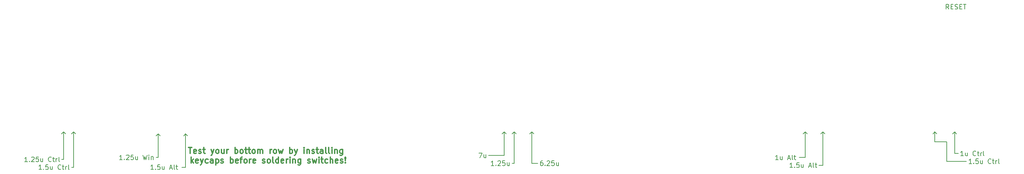
<source format=gbr>
%TF.GenerationSoftware,KiCad,Pcbnew,7.0.1*%
%TF.CreationDate,2023-03-27T00:24:38-04:00*%
%TF.ProjectId,3DP-FR4-plate-top-reset-cutout,3344502d-4652-4342-9d70-6c6174652d74,rev?*%
%TF.SameCoordinates,Original*%
%TF.FileFunction,Legend,Top*%
%TF.FilePolarity,Positive*%
%FSLAX46Y46*%
G04 Gerber Fmt 4.6, Leading zero omitted, Abs format (unit mm)*
G04 Created by KiCad (PCBNEW 7.0.1) date 2023-03-27 00:24:38*
%MOMM*%
%LPD*%
G01*
G04 APERTURE LIST*
%ADD10C,0.150000*%
%ADD11C,0.200000*%
%ADD12C,0.300000*%
G04 APERTURE END LIST*
D10*
X14000000Y-151000000D02*
X14500000Y-150500000D01*
X202500000Y-151000000D02*
X203000000Y-150500000D01*
X133500000Y-150500000D02*
X133000000Y-151000000D01*
X236000000Y-150500000D02*
X236000000Y-153000000D01*
X203000000Y-157000000D02*
X201500000Y-157000000D01*
X14500000Y-157500000D02*
X14500000Y-150500000D01*
X207500000Y-150500000D02*
X207500000Y-159000000D01*
X126500000Y-150500000D02*
X126500000Y-156500000D01*
X17000000Y-150500000D02*
X16500000Y-151000000D01*
X129000000Y-150500000D02*
X128500000Y-151000000D01*
X14500000Y-150500000D02*
X14000000Y-151000000D01*
X45500000Y-151000000D02*
X46000000Y-151500000D01*
X38500000Y-151000000D02*
X39000000Y-151500000D01*
X207000000Y-151000000D02*
X207500000Y-150500000D01*
X241000000Y-150500000D02*
X241500000Y-151000000D01*
X241000000Y-150500000D02*
X241000000Y-156000000D01*
X45500000Y-151000000D02*
X45000000Y-151500000D01*
X207500000Y-150500000D02*
X208000000Y-151000000D01*
X236000000Y-150500000D02*
X236500000Y-151000000D01*
X241000000Y-156000000D02*
X242000000Y-156000000D01*
X236000000Y-153000000D02*
X239000000Y-153000000D01*
X126500000Y-150500000D02*
X126000000Y-151000000D01*
X129000000Y-150500000D02*
X129000000Y-158500000D01*
X126500000Y-156500000D02*
X122500000Y-156500000D01*
X239000000Y-153000000D02*
X239000000Y-158000000D01*
X128500000Y-151000000D02*
X129000000Y-150500000D01*
X133500000Y-150500000D02*
X133500000Y-158500000D01*
X17000000Y-159500000D02*
X17000000Y-150500000D01*
X126000000Y-151000000D02*
X126500000Y-150500000D01*
X207500000Y-150500000D02*
X207000000Y-151000000D01*
X16500000Y-151000000D02*
X17000000Y-150500000D01*
X45500000Y-151000000D02*
X45500000Y-159500000D01*
X240500000Y-151000000D02*
X241000000Y-150500000D01*
X133500000Y-158500000D02*
X135000000Y-158500000D01*
X239000000Y-158000000D02*
X244000000Y-158000000D01*
X129000000Y-158500000D02*
X128500000Y-158500000D01*
X207500000Y-159000000D02*
X206500000Y-159000000D01*
X14500000Y-151000000D02*
X14500000Y-150500000D01*
X241000000Y-150500000D02*
X240500000Y-151000000D01*
X17000000Y-150500000D02*
X17500000Y-151000000D01*
X236000000Y-150500000D02*
X235500000Y-151000000D01*
X236500000Y-151000000D02*
X236000000Y-150500000D01*
X38500000Y-157000000D02*
X38500000Y-151000000D01*
X17000000Y-159500000D02*
X16500000Y-159500000D01*
X38500000Y-151000000D02*
X38000000Y-151500000D01*
X14500000Y-150500000D02*
X15000000Y-151000000D01*
X129000000Y-150500000D02*
X129500000Y-151000000D01*
X38500000Y-157000000D02*
X38000000Y-157000000D01*
X203000000Y-150500000D02*
X203000000Y-157000000D01*
X203000000Y-150500000D02*
X202500000Y-151000000D01*
X203000000Y-150500000D02*
X203500000Y-151000000D01*
X38000000Y-151500000D02*
X38500000Y-151000000D01*
X14500000Y-157500000D02*
X14000000Y-157500000D01*
X133500000Y-150500000D02*
X134000000Y-151000000D01*
X45500000Y-159500000D02*
X44500000Y-159500000D01*
X127000000Y-151000000D02*
X126500000Y-150500000D01*
D11*
X5285714Y-158055142D02*
X4600000Y-158055142D01*
X4942857Y-158055142D02*
X4942857Y-156855142D01*
X4942857Y-156855142D02*
X4828571Y-157026571D01*
X4828571Y-157026571D02*
X4714286Y-157140857D01*
X4714286Y-157140857D02*
X4600000Y-157198000D01*
X5800000Y-157940857D02*
X5857143Y-157998000D01*
X5857143Y-157998000D02*
X5800000Y-158055142D01*
X5800000Y-158055142D02*
X5742857Y-157998000D01*
X5742857Y-157998000D02*
X5800000Y-157940857D01*
X5800000Y-157940857D02*
X5800000Y-158055142D01*
X6314286Y-156969428D02*
X6371429Y-156912285D01*
X6371429Y-156912285D02*
X6485715Y-156855142D01*
X6485715Y-156855142D02*
X6771429Y-156855142D01*
X6771429Y-156855142D02*
X6885715Y-156912285D01*
X6885715Y-156912285D02*
X6942857Y-156969428D01*
X6942857Y-156969428D02*
X7000000Y-157083714D01*
X7000000Y-157083714D02*
X7000000Y-157198000D01*
X7000000Y-157198000D02*
X6942857Y-157369428D01*
X6942857Y-157369428D02*
X6257143Y-158055142D01*
X6257143Y-158055142D02*
X7000000Y-158055142D01*
X8085714Y-156855142D02*
X7514286Y-156855142D01*
X7514286Y-156855142D02*
X7457143Y-157426571D01*
X7457143Y-157426571D02*
X7514286Y-157369428D01*
X7514286Y-157369428D02*
X7628572Y-157312285D01*
X7628572Y-157312285D02*
X7914286Y-157312285D01*
X7914286Y-157312285D02*
X8028572Y-157369428D01*
X8028572Y-157369428D02*
X8085714Y-157426571D01*
X8085714Y-157426571D02*
X8142857Y-157540857D01*
X8142857Y-157540857D02*
X8142857Y-157826571D01*
X8142857Y-157826571D02*
X8085714Y-157940857D01*
X8085714Y-157940857D02*
X8028572Y-157998000D01*
X8028572Y-157998000D02*
X7914286Y-158055142D01*
X7914286Y-158055142D02*
X7628572Y-158055142D01*
X7628572Y-158055142D02*
X7514286Y-157998000D01*
X7514286Y-157998000D02*
X7457143Y-157940857D01*
X9171429Y-157255142D02*
X9171429Y-158055142D01*
X8657143Y-157255142D02*
X8657143Y-157883714D01*
X8657143Y-157883714D02*
X8714286Y-157998000D01*
X8714286Y-157998000D02*
X8828571Y-158055142D01*
X8828571Y-158055142D02*
X9000000Y-158055142D01*
X9000000Y-158055142D02*
X9114286Y-157998000D01*
X9114286Y-157998000D02*
X9171429Y-157940857D01*
X11342857Y-157940857D02*
X11285714Y-157998000D01*
X11285714Y-157998000D02*
X11114286Y-158055142D01*
X11114286Y-158055142D02*
X11000000Y-158055142D01*
X11000000Y-158055142D02*
X10828571Y-157998000D01*
X10828571Y-157998000D02*
X10714286Y-157883714D01*
X10714286Y-157883714D02*
X10657143Y-157769428D01*
X10657143Y-157769428D02*
X10600000Y-157540857D01*
X10600000Y-157540857D02*
X10600000Y-157369428D01*
X10600000Y-157369428D02*
X10657143Y-157140857D01*
X10657143Y-157140857D02*
X10714286Y-157026571D01*
X10714286Y-157026571D02*
X10828571Y-156912285D01*
X10828571Y-156912285D02*
X11000000Y-156855142D01*
X11000000Y-156855142D02*
X11114286Y-156855142D01*
X11114286Y-156855142D02*
X11285714Y-156912285D01*
X11285714Y-156912285D02*
X11342857Y-156969428D01*
X11685714Y-157255142D02*
X12142857Y-157255142D01*
X11857143Y-156855142D02*
X11857143Y-157883714D01*
X11857143Y-157883714D02*
X11914286Y-157998000D01*
X11914286Y-157998000D02*
X12028571Y-158055142D01*
X12028571Y-158055142D02*
X12142857Y-158055142D01*
X12542857Y-158055142D02*
X12542857Y-157255142D01*
X12542857Y-157483714D02*
X12600000Y-157369428D01*
X12600000Y-157369428D02*
X12657143Y-157312285D01*
X12657143Y-157312285D02*
X12771428Y-157255142D01*
X12771428Y-157255142D02*
X12885714Y-157255142D01*
X13457142Y-158055142D02*
X13342857Y-157998000D01*
X13342857Y-157998000D02*
X13285714Y-157883714D01*
X13285714Y-157883714D02*
X13285714Y-156855142D01*
X136257143Y-157855142D02*
X136028571Y-157855142D01*
X136028571Y-157855142D02*
X135914285Y-157912285D01*
X135914285Y-157912285D02*
X135857143Y-157969428D01*
X135857143Y-157969428D02*
X135742857Y-158140857D01*
X135742857Y-158140857D02*
X135685714Y-158369428D01*
X135685714Y-158369428D02*
X135685714Y-158826571D01*
X135685714Y-158826571D02*
X135742857Y-158940857D01*
X135742857Y-158940857D02*
X135800000Y-158998000D01*
X135800000Y-158998000D02*
X135914285Y-159055142D01*
X135914285Y-159055142D02*
X136142857Y-159055142D01*
X136142857Y-159055142D02*
X136257143Y-158998000D01*
X136257143Y-158998000D02*
X136314285Y-158940857D01*
X136314285Y-158940857D02*
X136371428Y-158826571D01*
X136371428Y-158826571D02*
X136371428Y-158540857D01*
X136371428Y-158540857D02*
X136314285Y-158426571D01*
X136314285Y-158426571D02*
X136257143Y-158369428D01*
X136257143Y-158369428D02*
X136142857Y-158312285D01*
X136142857Y-158312285D02*
X135914285Y-158312285D01*
X135914285Y-158312285D02*
X135800000Y-158369428D01*
X135800000Y-158369428D02*
X135742857Y-158426571D01*
X135742857Y-158426571D02*
X135685714Y-158540857D01*
X136885714Y-158940857D02*
X136942857Y-158998000D01*
X136942857Y-158998000D02*
X136885714Y-159055142D01*
X136885714Y-159055142D02*
X136828571Y-158998000D01*
X136828571Y-158998000D02*
X136885714Y-158940857D01*
X136885714Y-158940857D02*
X136885714Y-159055142D01*
X137400000Y-157969428D02*
X137457143Y-157912285D01*
X137457143Y-157912285D02*
X137571429Y-157855142D01*
X137571429Y-157855142D02*
X137857143Y-157855142D01*
X137857143Y-157855142D02*
X137971429Y-157912285D01*
X137971429Y-157912285D02*
X138028571Y-157969428D01*
X138028571Y-157969428D02*
X138085714Y-158083714D01*
X138085714Y-158083714D02*
X138085714Y-158198000D01*
X138085714Y-158198000D02*
X138028571Y-158369428D01*
X138028571Y-158369428D02*
X137342857Y-159055142D01*
X137342857Y-159055142D02*
X138085714Y-159055142D01*
X139171428Y-157855142D02*
X138600000Y-157855142D01*
X138600000Y-157855142D02*
X138542857Y-158426571D01*
X138542857Y-158426571D02*
X138600000Y-158369428D01*
X138600000Y-158369428D02*
X138714286Y-158312285D01*
X138714286Y-158312285D02*
X139000000Y-158312285D01*
X139000000Y-158312285D02*
X139114286Y-158369428D01*
X139114286Y-158369428D02*
X139171428Y-158426571D01*
X139171428Y-158426571D02*
X139228571Y-158540857D01*
X139228571Y-158540857D02*
X139228571Y-158826571D01*
X139228571Y-158826571D02*
X139171428Y-158940857D01*
X139171428Y-158940857D02*
X139114286Y-158998000D01*
X139114286Y-158998000D02*
X139000000Y-159055142D01*
X139000000Y-159055142D02*
X138714286Y-159055142D01*
X138714286Y-159055142D02*
X138600000Y-158998000D01*
X138600000Y-158998000D02*
X138542857Y-158940857D01*
X140257143Y-158255142D02*
X140257143Y-159055142D01*
X139742857Y-158255142D02*
X139742857Y-158883714D01*
X139742857Y-158883714D02*
X139800000Y-158998000D01*
X139800000Y-158998000D02*
X139914285Y-159055142D01*
X139914285Y-159055142D02*
X140085714Y-159055142D01*
X140085714Y-159055142D02*
X140200000Y-158998000D01*
X140200000Y-158998000D02*
X140257143Y-158940857D01*
X120057143Y-155855142D02*
X120857143Y-155855142D01*
X120857143Y-155855142D02*
X120342857Y-157055142D01*
X121828572Y-156255142D02*
X121828572Y-157055142D01*
X121314286Y-156255142D02*
X121314286Y-156883714D01*
X121314286Y-156883714D02*
X121371429Y-156998000D01*
X121371429Y-156998000D02*
X121485714Y-157055142D01*
X121485714Y-157055142D02*
X121657143Y-157055142D01*
X121657143Y-157055142D02*
X121771429Y-156998000D01*
X121771429Y-156998000D02*
X121828572Y-156940857D01*
D12*
X46250000Y-154478928D02*
X47107143Y-154478928D01*
X46678571Y-155978928D02*
X46678571Y-154478928D01*
X48178571Y-155907500D02*
X48035714Y-155978928D01*
X48035714Y-155978928D02*
X47750000Y-155978928D01*
X47750000Y-155978928D02*
X47607142Y-155907500D01*
X47607142Y-155907500D02*
X47535714Y-155764642D01*
X47535714Y-155764642D02*
X47535714Y-155193214D01*
X47535714Y-155193214D02*
X47607142Y-155050357D01*
X47607142Y-155050357D02*
X47750000Y-154978928D01*
X47750000Y-154978928D02*
X48035714Y-154978928D01*
X48035714Y-154978928D02*
X48178571Y-155050357D01*
X48178571Y-155050357D02*
X48250000Y-155193214D01*
X48250000Y-155193214D02*
X48250000Y-155336071D01*
X48250000Y-155336071D02*
X47535714Y-155478928D01*
X48821428Y-155907500D02*
X48964285Y-155978928D01*
X48964285Y-155978928D02*
X49249999Y-155978928D01*
X49249999Y-155978928D02*
X49392856Y-155907500D01*
X49392856Y-155907500D02*
X49464285Y-155764642D01*
X49464285Y-155764642D02*
X49464285Y-155693214D01*
X49464285Y-155693214D02*
X49392856Y-155550357D01*
X49392856Y-155550357D02*
X49249999Y-155478928D01*
X49249999Y-155478928D02*
X49035714Y-155478928D01*
X49035714Y-155478928D02*
X48892856Y-155407500D01*
X48892856Y-155407500D02*
X48821428Y-155264642D01*
X48821428Y-155264642D02*
X48821428Y-155193214D01*
X48821428Y-155193214D02*
X48892856Y-155050357D01*
X48892856Y-155050357D02*
X49035714Y-154978928D01*
X49035714Y-154978928D02*
X49249999Y-154978928D01*
X49249999Y-154978928D02*
X49392856Y-155050357D01*
X49892857Y-154978928D02*
X50464285Y-154978928D01*
X50107142Y-154478928D02*
X50107142Y-155764642D01*
X50107142Y-155764642D02*
X50178571Y-155907500D01*
X50178571Y-155907500D02*
X50321428Y-155978928D01*
X50321428Y-155978928D02*
X50464285Y-155978928D01*
X51964285Y-154978928D02*
X52321428Y-155978928D01*
X52678571Y-154978928D02*
X52321428Y-155978928D01*
X52321428Y-155978928D02*
X52178571Y-156336071D01*
X52178571Y-156336071D02*
X52107142Y-156407500D01*
X52107142Y-156407500D02*
X51964285Y-156478928D01*
X53464285Y-155978928D02*
X53321428Y-155907500D01*
X53321428Y-155907500D02*
X53249999Y-155836071D01*
X53249999Y-155836071D02*
X53178571Y-155693214D01*
X53178571Y-155693214D02*
X53178571Y-155264642D01*
X53178571Y-155264642D02*
X53249999Y-155121785D01*
X53249999Y-155121785D02*
X53321428Y-155050357D01*
X53321428Y-155050357D02*
X53464285Y-154978928D01*
X53464285Y-154978928D02*
X53678571Y-154978928D01*
X53678571Y-154978928D02*
X53821428Y-155050357D01*
X53821428Y-155050357D02*
X53892857Y-155121785D01*
X53892857Y-155121785D02*
X53964285Y-155264642D01*
X53964285Y-155264642D02*
X53964285Y-155693214D01*
X53964285Y-155693214D02*
X53892857Y-155836071D01*
X53892857Y-155836071D02*
X53821428Y-155907500D01*
X53821428Y-155907500D02*
X53678571Y-155978928D01*
X53678571Y-155978928D02*
X53464285Y-155978928D01*
X55250000Y-154978928D02*
X55250000Y-155978928D01*
X54607142Y-154978928D02*
X54607142Y-155764642D01*
X54607142Y-155764642D02*
X54678571Y-155907500D01*
X54678571Y-155907500D02*
X54821428Y-155978928D01*
X54821428Y-155978928D02*
X55035714Y-155978928D01*
X55035714Y-155978928D02*
X55178571Y-155907500D01*
X55178571Y-155907500D02*
X55250000Y-155836071D01*
X55964285Y-155978928D02*
X55964285Y-154978928D01*
X55964285Y-155264642D02*
X56035714Y-155121785D01*
X56035714Y-155121785D02*
X56107143Y-155050357D01*
X56107143Y-155050357D02*
X56250000Y-154978928D01*
X56250000Y-154978928D02*
X56392857Y-154978928D01*
X58035713Y-155978928D02*
X58035713Y-154478928D01*
X58035713Y-155050357D02*
X58178571Y-154978928D01*
X58178571Y-154978928D02*
X58464285Y-154978928D01*
X58464285Y-154978928D02*
X58607142Y-155050357D01*
X58607142Y-155050357D02*
X58678571Y-155121785D01*
X58678571Y-155121785D02*
X58749999Y-155264642D01*
X58749999Y-155264642D02*
X58749999Y-155693214D01*
X58749999Y-155693214D02*
X58678571Y-155836071D01*
X58678571Y-155836071D02*
X58607142Y-155907500D01*
X58607142Y-155907500D02*
X58464285Y-155978928D01*
X58464285Y-155978928D02*
X58178571Y-155978928D01*
X58178571Y-155978928D02*
X58035713Y-155907500D01*
X59607142Y-155978928D02*
X59464285Y-155907500D01*
X59464285Y-155907500D02*
X59392856Y-155836071D01*
X59392856Y-155836071D02*
X59321428Y-155693214D01*
X59321428Y-155693214D02*
X59321428Y-155264642D01*
X59321428Y-155264642D02*
X59392856Y-155121785D01*
X59392856Y-155121785D02*
X59464285Y-155050357D01*
X59464285Y-155050357D02*
X59607142Y-154978928D01*
X59607142Y-154978928D02*
X59821428Y-154978928D01*
X59821428Y-154978928D02*
X59964285Y-155050357D01*
X59964285Y-155050357D02*
X60035714Y-155121785D01*
X60035714Y-155121785D02*
X60107142Y-155264642D01*
X60107142Y-155264642D02*
X60107142Y-155693214D01*
X60107142Y-155693214D02*
X60035714Y-155836071D01*
X60035714Y-155836071D02*
X59964285Y-155907500D01*
X59964285Y-155907500D02*
X59821428Y-155978928D01*
X59821428Y-155978928D02*
X59607142Y-155978928D01*
X60535714Y-154978928D02*
X61107142Y-154978928D01*
X60749999Y-154478928D02*
X60749999Y-155764642D01*
X60749999Y-155764642D02*
X60821428Y-155907500D01*
X60821428Y-155907500D02*
X60964285Y-155978928D01*
X60964285Y-155978928D02*
X61107142Y-155978928D01*
X61392857Y-154978928D02*
X61964285Y-154978928D01*
X61607142Y-154478928D02*
X61607142Y-155764642D01*
X61607142Y-155764642D02*
X61678571Y-155907500D01*
X61678571Y-155907500D02*
X61821428Y-155978928D01*
X61821428Y-155978928D02*
X61964285Y-155978928D01*
X62678571Y-155978928D02*
X62535714Y-155907500D01*
X62535714Y-155907500D02*
X62464285Y-155836071D01*
X62464285Y-155836071D02*
X62392857Y-155693214D01*
X62392857Y-155693214D02*
X62392857Y-155264642D01*
X62392857Y-155264642D02*
X62464285Y-155121785D01*
X62464285Y-155121785D02*
X62535714Y-155050357D01*
X62535714Y-155050357D02*
X62678571Y-154978928D01*
X62678571Y-154978928D02*
X62892857Y-154978928D01*
X62892857Y-154978928D02*
X63035714Y-155050357D01*
X63035714Y-155050357D02*
X63107143Y-155121785D01*
X63107143Y-155121785D02*
X63178571Y-155264642D01*
X63178571Y-155264642D02*
X63178571Y-155693214D01*
X63178571Y-155693214D02*
X63107143Y-155836071D01*
X63107143Y-155836071D02*
X63035714Y-155907500D01*
X63035714Y-155907500D02*
X62892857Y-155978928D01*
X62892857Y-155978928D02*
X62678571Y-155978928D01*
X63821428Y-155978928D02*
X63821428Y-154978928D01*
X63821428Y-155121785D02*
X63892857Y-155050357D01*
X63892857Y-155050357D02*
X64035714Y-154978928D01*
X64035714Y-154978928D02*
X64250000Y-154978928D01*
X64250000Y-154978928D02*
X64392857Y-155050357D01*
X64392857Y-155050357D02*
X64464286Y-155193214D01*
X64464286Y-155193214D02*
X64464286Y-155978928D01*
X64464286Y-155193214D02*
X64535714Y-155050357D01*
X64535714Y-155050357D02*
X64678571Y-154978928D01*
X64678571Y-154978928D02*
X64892857Y-154978928D01*
X64892857Y-154978928D02*
X65035714Y-155050357D01*
X65035714Y-155050357D02*
X65107143Y-155193214D01*
X65107143Y-155193214D02*
X65107143Y-155978928D01*
X66964285Y-155978928D02*
X66964285Y-154978928D01*
X66964285Y-155264642D02*
X67035714Y-155121785D01*
X67035714Y-155121785D02*
X67107143Y-155050357D01*
X67107143Y-155050357D02*
X67250000Y-154978928D01*
X67250000Y-154978928D02*
X67392857Y-154978928D01*
X68107142Y-155978928D02*
X67964285Y-155907500D01*
X67964285Y-155907500D02*
X67892856Y-155836071D01*
X67892856Y-155836071D02*
X67821428Y-155693214D01*
X67821428Y-155693214D02*
X67821428Y-155264642D01*
X67821428Y-155264642D02*
X67892856Y-155121785D01*
X67892856Y-155121785D02*
X67964285Y-155050357D01*
X67964285Y-155050357D02*
X68107142Y-154978928D01*
X68107142Y-154978928D02*
X68321428Y-154978928D01*
X68321428Y-154978928D02*
X68464285Y-155050357D01*
X68464285Y-155050357D02*
X68535714Y-155121785D01*
X68535714Y-155121785D02*
X68607142Y-155264642D01*
X68607142Y-155264642D02*
X68607142Y-155693214D01*
X68607142Y-155693214D02*
X68535714Y-155836071D01*
X68535714Y-155836071D02*
X68464285Y-155907500D01*
X68464285Y-155907500D02*
X68321428Y-155978928D01*
X68321428Y-155978928D02*
X68107142Y-155978928D01*
X69107142Y-154978928D02*
X69392857Y-155978928D01*
X69392857Y-155978928D02*
X69678571Y-155264642D01*
X69678571Y-155264642D02*
X69964285Y-155978928D01*
X69964285Y-155978928D02*
X70249999Y-154978928D01*
X71964285Y-155978928D02*
X71964285Y-154478928D01*
X71964285Y-155050357D02*
X72107143Y-154978928D01*
X72107143Y-154978928D02*
X72392857Y-154978928D01*
X72392857Y-154978928D02*
X72535714Y-155050357D01*
X72535714Y-155050357D02*
X72607143Y-155121785D01*
X72607143Y-155121785D02*
X72678571Y-155264642D01*
X72678571Y-155264642D02*
X72678571Y-155693214D01*
X72678571Y-155693214D02*
X72607143Y-155836071D01*
X72607143Y-155836071D02*
X72535714Y-155907500D01*
X72535714Y-155907500D02*
X72392857Y-155978928D01*
X72392857Y-155978928D02*
X72107143Y-155978928D01*
X72107143Y-155978928D02*
X71964285Y-155907500D01*
X73178571Y-154978928D02*
X73535714Y-155978928D01*
X73892857Y-154978928D02*
X73535714Y-155978928D01*
X73535714Y-155978928D02*
X73392857Y-156336071D01*
X73392857Y-156336071D02*
X73321428Y-156407500D01*
X73321428Y-156407500D02*
X73178571Y-156478928D01*
X75607142Y-155978928D02*
X75607142Y-154978928D01*
X75607142Y-154478928D02*
X75535714Y-154550357D01*
X75535714Y-154550357D02*
X75607142Y-154621785D01*
X75607142Y-154621785D02*
X75678571Y-154550357D01*
X75678571Y-154550357D02*
X75607142Y-154478928D01*
X75607142Y-154478928D02*
X75607142Y-154621785D01*
X76321428Y-154978928D02*
X76321428Y-155978928D01*
X76321428Y-155121785D02*
X76392857Y-155050357D01*
X76392857Y-155050357D02*
X76535714Y-154978928D01*
X76535714Y-154978928D02*
X76750000Y-154978928D01*
X76750000Y-154978928D02*
X76892857Y-155050357D01*
X76892857Y-155050357D02*
X76964286Y-155193214D01*
X76964286Y-155193214D02*
X76964286Y-155978928D01*
X77607143Y-155907500D02*
X77750000Y-155978928D01*
X77750000Y-155978928D02*
X78035714Y-155978928D01*
X78035714Y-155978928D02*
X78178571Y-155907500D01*
X78178571Y-155907500D02*
X78250000Y-155764642D01*
X78250000Y-155764642D02*
X78250000Y-155693214D01*
X78250000Y-155693214D02*
X78178571Y-155550357D01*
X78178571Y-155550357D02*
X78035714Y-155478928D01*
X78035714Y-155478928D02*
X77821429Y-155478928D01*
X77821429Y-155478928D02*
X77678571Y-155407500D01*
X77678571Y-155407500D02*
X77607143Y-155264642D01*
X77607143Y-155264642D02*
X77607143Y-155193214D01*
X77607143Y-155193214D02*
X77678571Y-155050357D01*
X77678571Y-155050357D02*
X77821429Y-154978928D01*
X77821429Y-154978928D02*
X78035714Y-154978928D01*
X78035714Y-154978928D02*
X78178571Y-155050357D01*
X78678572Y-154978928D02*
X79250000Y-154978928D01*
X78892857Y-154478928D02*
X78892857Y-155764642D01*
X78892857Y-155764642D02*
X78964286Y-155907500D01*
X78964286Y-155907500D02*
X79107143Y-155978928D01*
X79107143Y-155978928D02*
X79250000Y-155978928D01*
X80392858Y-155978928D02*
X80392858Y-155193214D01*
X80392858Y-155193214D02*
X80321429Y-155050357D01*
X80321429Y-155050357D02*
X80178572Y-154978928D01*
X80178572Y-154978928D02*
X79892858Y-154978928D01*
X79892858Y-154978928D02*
X79750000Y-155050357D01*
X80392858Y-155907500D02*
X80250000Y-155978928D01*
X80250000Y-155978928D02*
X79892858Y-155978928D01*
X79892858Y-155978928D02*
X79750000Y-155907500D01*
X79750000Y-155907500D02*
X79678572Y-155764642D01*
X79678572Y-155764642D02*
X79678572Y-155621785D01*
X79678572Y-155621785D02*
X79750000Y-155478928D01*
X79750000Y-155478928D02*
X79892858Y-155407500D01*
X79892858Y-155407500D02*
X80250000Y-155407500D01*
X80250000Y-155407500D02*
X80392858Y-155336071D01*
X81321429Y-155978928D02*
X81178572Y-155907500D01*
X81178572Y-155907500D02*
X81107143Y-155764642D01*
X81107143Y-155764642D02*
X81107143Y-154478928D01*
X82107143Y-155978928D02*
X81964286Y-155907500D01*
X81964286Y-155907500D02*
X81892857Y-155764642D01*
X81892857Y-155764642D02*
X81892857Y-154478928D01*
X82678571Y-155978928D02*
X82678571Y-154978928D01*
X82678571Y-154478928D02*
X82607143Y-154550357D01*
X82607143Y-154550357D02*
X82678571Y-154621785D01*
X82678571Y-154621785D02*
X82750000Y-154550357D01*
X82750000Y-154550357D02*
X82678571Y-154478928D01*
X82678571Y-154478928D02*
X82678571Y-154621785D01*
X83392857Y-154978928D02*
X83392857Y-155978928D01*
X83392857Y-155121785D02*
X83464286Y-155050357D01*
X83464286Y-155050357D02*
X83607143Y-154978928D01*
X83607143Y-154978928D02*
X83821429Y-154978928D01*
X83821429Y-154978928D02*
X83964286Y-155050357D01*
X83964286Y-155050357D02*
X84035715Y-155193214D01*
X84035715Y-155193214D02*
X84035715Y-155978928D01*
X85392858Y-154978928D02*
X85392858Y-156193214D01*
X85392858Y-156193214D02*
X85321429Y-156336071D01*
X85321429Y-156336071D02*
X85250000Y-156407500D01*
X85250000Y-156407500D02*
X85107143Y-156478928D01*
X85107143Y-156478928D02*
X84892858Y-156478928D01*
X84892858Y-156478928D02*
X84750000Y-156407500D01*
X85392858Y-155907500D02*
X85250000Y-155978928D01*
X85250000Y-155978928D02*
X84964286Y-155978928D01*
X84964286Y-155978928D02*
X84821429Y-155907500D01*
X84821429Y-155907500D02*
X84750000Y-155836071D01*
X84750000Y-155836071D02*
X84678572Y-155693214D01*
X84678572Y-155693214D02*
X84678572Y-155264642D01*
X84678572Y-155264642D02*
X84750000Y-155121785D01*
X84750000Y-155121785D02*
X84821429Y-155050357D01*
X84821429Y-155050357D02*
X84964286Y-154978928D01*
X84964286Y-154978928D02*
X85250000Y-154978928D01*
X85250000Y-154978928D02*
X85392858Y-155050357D01*
X46892856Y-158408928D02*
X46892856Y-156908928D01*
X47035714Y-157837500D02*
X47464285Y-158408928D01*
X47464285Y-157408928D02*
X46892856Y-157980357D01*
X48678571Y-158337500D02*
X48535714Y-158408928D01*
X48535714Y-158408928D02*
X48250000Y-158408928D01*
X48250000Y-158408928D02*
X48107142Y-158337500D01*
X48107142Y-158337500D02*
X48035714Y-158194642D01*
X48035714Y-158194642D02*
X48035714Y-157623214D01*
X48035714Y-157623214D02*
X48107142Y-157480357D01*
X48107142Y-157480357D02*
X48250000Y-157408928D01*
X48250000Y-157408928D02*
X48535714Y-157408928D01*
X48535714Y-157408928D02*
X48678571Y-157480357D01*
X48678571Y-157480357D02*
X48750000Y-157623214D01*
X48750000Y-157623214D02*
X48750000Y-157766071D01*
X48750000Y-157766071D02*
X48035714Y-157908928D01*
X49249999Y-157408928D02*
X49607142Y-158408928D01*
X49964285Y-157408928D02*
X49607142Y-158408928D01*
X49607142Y-158408928D02*
X49464285Y-158766071D01*
X49464285Y-158766071D02*
X49392856Y-158837500D01*
X49392856Y-158837500D02*
X49249999Y-158908928D01*
X51178571Y-158337500D02*
X51035713Y-158408928D01*
X51035713Y-158408928D02*
X50749999Y-158408928D01*
X50749999Y-158408928D02*
X50607142Y-158337500D01*
X50607142Y-158337500D02*
X50535713Y-158266071D01*
X50535713Y-158266071D02*
X50464285Y-158123214D01*
X50464285Y-158123214D02*
X50464285Y-157694642D01*
X50464285Y-157694642D02*
X50535713Y-157551785D01*
X50535713Y-157551785D02*
X50607142Y-157480357D01*
X50607142Y-157480357D02*
X50749999Y-157408928D01*
X50749999Y-157408928D02*
X51035713Y-157408928D01*
X51035713Y-157408928D02*
X51178571Y-157480357D01*
X52464285Y-158408928D02*
X52464285Y-157623214D01*
X52464285Y-157623214D02*
X52392856Y-157480357D01*
X52392856Y-157480357D02*
X52249999Y-157408928D01*
X52249999Y-157408928D02*
X51964285Y-157408928D01*
X51964285Y-157408928D02*
X51821427Y-157480357D01*
X52464285Y-158337500D02*
X52321427Y-158408928D01*
X52321427Y-158408928D02*
X51964285Y-158408928D01*
X51964285Y-158408928D02*
X51821427Y-158337500D01*
X51821427Y-158337500D02*
X51749999Y-158194642D01*
X51749999Y-158194642D02*
X51749999Y-158051785D01*
X51749999Y-158051785D02*
X51821427Y-157908928D01*
X51821427Y-157908928D02*
X51964285Y-157837500D01*
X51964285Y-157837500D02*
X52321427Y-157837500D01*
X52321427Y-157837500D02*
X52464285Y-157766071D01*
X53178570Y-157408928D02*
X53178570Y-158908928D01*
X53178570Y-157480357D02*
X53321428Y-157408928D01*
X53321428Y-157408928D02*
X53607142Y-157408928D01*
X53607142Y-157408928D02*
X53749999Y-157480357D01*
X53749999Y-157480357D02*
X53821428Y-157551785D01*
X53821428Y-157551785D02*
X53892856Y-157694642D01*
X53892856Y-157694642D02*
X53892856Y-158123214D01*
X53892856Y-158123214D02*
X53821428Y-158266071D01*
X53821428Y-158266071D02*
X53749999Y-158337500D01*
X53749999Y-158337500D02*
X53607142Y-158408928D01*
X53607142Y-158408928D02*
X53321428Y-158408928D01*
X53321428Y-158408928D02*
X53178570Y-158337500D01*
X54464285Y-158337500D02*
X54607142Y-158408928D01*
X54607142Y-158408928D02*
X54892856Y-158408928D01*
X54892856Y-158408928D02*
X55035713Y-158337500D01*
X55035713Y-158337500D02*
X55107142Y-158194642D01*
X55107142Y-158194642D02*
X55107142Y-158123214D01*
X55107142Y-158123214D02*
X55035713Y-157980357D01*
X55035713Y-157980357D02*
X54892856Y-157908928D01*
X54892856Y-157908928D02*
X54678571Y-157908928D01*
X54678571Y-157908928D02*
X54535713Y-157837500D01*
X54535713Y-157837500D02*
X54464285Y-157694642D01*
X54464285Y-157694642D02*
X54464285Y-157623214D01*
X54464285Y-157623214D02*
X54535713Y-157480357D01*
X54535713Y-157480357D02*
X54678571Y-157408928D01*
X54678571Y-157408928D02*
X54892856Y-157408928D01*
X54892856Y-157408928D02*
X55035713Y-157480357D01*
X56892856Y-158408928D02*
X56892856Y-156908928D01*
X56892856Y-157480357D02*
X57035714Y-157408928D01*
X57035714Y-157408928D02*
X57321428Y-157408928D01*
X57321428Y-157408928D02*
X57464285Y-157480357D01*
X57464285Y-157480357D02*
X57535714Y-157551785D01*
X57535714Y-157551785D02*
X57607142Y-157694642D01*
X57607142Y-157694642D02*
X57607142Y-158123214D01*
X57607142Y-158123214D02*
X57535714Y-158266071D01*
X57535714Y-158266071D02*
X57464285Y-158337500D01*
X57464285Y-158337500D02*
X57321428Y-158408928D01*
X57321428Y-158408928D02*
X57035714Y-158408928D01*
X57035714Y-158408928D02*
X56892856Y-158337500D01*
X58821428Y-158337500D02*
X58678571Y-158408928D01*
X58678571Y-158408928D02*
X58392857Y-158408928D01*
X58392857Y-158408928D02*
X58249999Y-158337500D01*
X58249999Y-158337500D02*
X58178571Y-158194642D01*
X58178571Y-158194642D02*
X58178571Y-157623214D01*
X58178571Y-157623214D02*
X58249999Y-157480357D01*
X58249999Y-157480357D02*
X58392857Y-157408928D01*
X58392857Y-157408928D02*
X58678571Y-157408928D01*
X58678571Y-157408928D02*
X58821428Y-157480357D01*
X58821428Y-157480357D02*
X58892857Y-157623214D01*
X58892857Y-157623214D02*
X58892857Y-157766071D01*
X58892857Y-157766071D02*
X58178571Y-157908928D01*
X59321428Y-157408928D02*
X59892856Y-157408928D01*
X59535713Y-158408928D02*
X59535713Y-157123214D01*
X59535713Y-157123214D02*
X59607142Y-156980357D01*
X59607142Y-156980357D02*
X59749999Y-156908928D01*
X59749999Y-156908928D02*
X59892856Y-156908928D01*
X60607142Y-158408928D02*
X60464285Y-158337500D01*
X60464285Y-158337500D02*
X60392856Y-158266071D01*
X60392856Y-158266071D02*
X60321428Y-158123214D01*
X60321428Y-158123214D02*
X60321428Y-157694642D01*
X60321428Y-157694642D02*
X60392856Y-157551785D01*
X60392856Y-157551785D02*
X60464285Y-157480357D01*
X60464285Y-157480357D02*
X60607142Y-157408928D01*
X60607142Y-157408928D02*
X60821428Y-157408928D01*
X60821428Y-157408928D02*
X60964285Y-157480357D01*
X60964285Y-157480357D02*
X61035714Y-157551785D01*
X61035714Y-157551785D02*
X61107142Y-157694642D01*
X61107142Y-157694642D02*
X61107142Y-158123214D01*
X61107142Y-158123214D02*
X61035714Y-158266071D01*
X61035714Y-158266071D02*
X60964285Y-158337500D01*
X60964285Y-158337500D02*
X60821428Y-158408928D01*
X60821428Y-158408928D02*
X60607142Y-158408928D01*
X61749999Y-158408928D02*
X61749999Y-157408928D01*
X61749999Y-157694642D02*
X61821428Y-157551785D01*
X61821428Y-157551785D02*
X61892857Y-157480357D01*
X61892857Y-157480357D02*
X62035714Y-157408928D01*
X62035714Y-157408928D02*
X62178571Y-157408928D01*
X63249999Y-158337500D02*
X63107142Y-158408928D01*
X63107142Y-158408928D02*
X62821428Y-158408928D01*
X62821428Y-158408928D02*
X62678570Y-158337500D01*
X62678570Y-158337500D02*
X62607142Y-158194642D01*
X62607142Y-158194642D02*
X62607142Y-157623214D01*
X62607142Y-157623214D02*
X62678570Y-157480357D01*
X62678570Y-157480357D02*
X62821428Y-157408928D01*
X62821428Y-157408928D02*
X63107142Y-157408928D01*
X63107142Y-157408928D02*
X63249999Y-157480357D01*
X63249999Y-157480357D02*
X63321428Y-157623214D01*
X63321428Y-157623214D02*
X63321428Y-157766071D01*
X63321428Y-157766071D02*
X62607142Y-157908928D01*
X65035713Y-158337500D02*
X65178570Y-158408928D01*
X65178570Y-158408928D02*
X65464284Y-158408928D01*
X65464284Y-158408928D02*
X65607141Y-158337500D01*
X65607141Y-158337500D02*
X65678570Y-158194642D01*
X65678570Y-158194642D02*
X65678570Y-158123214D01*
X65678570Y-158123214D02*
X65607141Y-157980357D01*
X65607141Y-157980357D02*
X65464284Y-157908928D01*
X65464284Y-157908928D02*
X65249999Y-157908928D01*
X65249999Y-157908928D02*
X65107141Y-157837500D01*
X65107141Y-157837500D02*
X65035713Y-157694642D01*
X65035713Y-157694642D02*
X65035713Y-157623214D01*
X65035713Y-157623214D02*
X65107141Y-157480357D01*
X65107141Y-157480357D02*
X65249999Y-157408928D01*
X65249999Y-157408928D02*
X65464284Y-157408928D01*
X65464284Y-157408928D02*
X65607141Y-157480357D01*
X66535713Y-158408928D02*
X66392856Y-158337500D01*
X66392856Y-158337500D02*
X66321427Y-158266071D01*
X66321427Y-158266071D02*
X66249999Y-158123214D01*
X66249999Y-158123214D02*
X66249999Y-157694642D01*
X66249999Y-157694642D02*
X66321427Y-157551785D01*
X66321427Y-157551785D02*
X66392856Y-157480357D01*
X66392856Y-157480357D02*
X66535713Y-157408928D01*
X66535713Y-157408928D02*
X66749999Y-157408928D01*
X66749999Y-157408928D02*
X66892856Y-157480357D01*
X66892856Y-157480357D02*
X66964285Y-157551785D01*
X66964285Y-157551785D02*
X67035713Y-157694642D01*
X67035713Y-157694642D02*
X67035713Y-158123214D01*
X67035713Y-158123214D02*
X66964285Y-158266071D01*
X66964285Y-158266071D02*
X66892856Y-158337500D01*
X66892856Y-158337500D02*
X66749999Y-158408928D01*
X66749999Y-158408928D02*
X66535713Y-158408928D01*
X67892856Y-158408928D02*
X67749999Y-158337500D01*
X67749999Y-158337500D02*
X67678570Y-158194642D01*
X67678570Y-158194642D02*
X67678570Y-156908928D01*
X69107142Y-158408928D02*
X69107142Y-156908928D01*
X69107142Y-158337500D02*
X68964284Y-158408928D01*
X68964284Y-158408928D02*
X68678570Y-158408928D01*
X68678570Y-158408928D02*
X68535713Y-158337500D01*
X68535713Y-158337500D02*
X68464284Y-158266071D01*
X68464284Y-158266071D02*
X68392856Y-158123214D01*
X68392856Y-158123214D02*
X68392856Y-157694642D01*
X68392856Y-157694642D02*
X68464284Y-157551785D01*
X68464284Y-157551785D02*
X68535713Y-157480357D01*
X68535713Y-157480357D02*
X68678570Y-157408928D01*
X68678570Y-157408928D02*
X68964284Y-157408928D01*
X68964284Y-157408928D02*
X69107142Y-157480357D01*
X70392856Y-158337500D02*
X70249999Y-158408928D01*
X70249999Y-158408928D02*
X69964285Y-158408928D01*
X69964285Y-158408928D02*
X69821427Y-158337500D01*
X69821427Y-158337500D02*
X69749999Y-158194642D01*
X69749999Y-158194642D02*
X69749999Y-157623214D01*
X69749999Y-157623214D02*
X69821427Y-157480357D01*
X69821427Y-157480357D02*
X69964285Y-157408928D01*
X69964285Y-157408928D02*
X70249999Y-157408928D01*
X70249999Y-157408928D02*
X70392856Y-157480357D01*
X70392856Y-157480357D02*
X70464285Y-157623214D01*
X70464285Y-157623214D02*
X70464285Y-157766071D01*
X70464285Y-157766071D02*
X69749999Y-157908928D01*
X71107141Y-158408928D02*
X71107141Y-157408928D01*
X71107141Y-157694642D02*
X71178570Y-157551785D01*
X71178570Y-157551785D02*
X71249999Y-157480357D01*
X71249999Y-157480357D02*
X71392856Y-157408928D01*
X71392856Y-157408928D02*
X71535713Y-157408928D01*
X72035712Y-158408928D02*
X72035712Y-157408928D01*
X72035712Y-156908928D02*
X71964284Y-156980357D01*
X71964284Y-156980357D02*
X72035712Y-157051785D01*
X72035712Y-157051785D02*
X72107141Y-156980357D01*
X72107141Y-156980357D02*
X72035712Y-156908928D01*
X72035712Y-156908928D02*
X72035712Y-157051785D01*
X72749998Y-157408928D02*
X72749998Y-158408928D01*
X72749998Y-157551785D02*
X72821427Y-157480357D01*
X72821427Y-157480357D02*
X72964284Y-157408928D01*
X72964284Y-157408928D02*
X73178570Y-157408928D01*
X73178570Y-157408928D02*
X73321427Y-157480357D01*
X73321427Y-157480357D02*
X73392856Y-157623214D01*
X73392856Y-157623214D02*
X73392856Y-158408928D01*
X74749999Y-157408928D02*
X74749999Y-158623214D01*
X74749999Y-158623214D02*
X74678570Y-158766071D01*
X74678570Y-158766071D02*
X74607141Y-158837500D01*
X74607141Y-158837500D02*
X74464284Y-158908928D01*
X74464284Y-158908928D02*
X74249999Y-158908928D01*
X74249999Y-158908928D02*
X74107141Y-158837500D01*
X74749999Y-158337500D02*
X74607141Y-158408928D01*
X74607141Y-158408928D02*
X74321427Y-158408928D01*
X74321427Y-158408928D02*
X74178570Y-158337500D01*
X74178570Y-158337500D02*
X74107141Y-158266071D01*
X74107141Y-158266071D02*
X74035713Y-158123214D01*
X74035713Y-158123214D02*
X74035713Y-157694642D01*
X74035713Y-157694642D02*
X74107141Y-157551785D01*
X74107141Y-157551785D02*
X74178570Y-157480357D01*
X74178570Y-157480357D02*
X74321427Y-157408928D01*
X74321427Y-157408928D02*
X74607141Y-157408928D01*
X74607141Y-157408928D02*
X74749999Y-157480357D01*
X76535713Y-158337500D02*
X76678570Y-158408928D01*
X76678570Y-158408928D02*
X76964284Y-158408928D01*
X76964284Y-158408928D02*
X77107141Y-158337500D01*
X77107141Y-158337500D02*
X77178570Y-158194642D01*
X77178570Y-158194642D02*
X77178570Y-158123214D01*
X77178570Y-158123214D02*
X77107141Y-157980357D01*
X77107141Y-157980357D02*
X76964284Y-157908928D01*
X76964284Y-157908928D02*
X76749999Y-157908928D01*
X76749999Y-157908928D02*
X76607141Y-157837500D01*
X76607141Y-157837500D02*
X76535713Y-157694642D01*
X76535713Y-157694642D02*
X76535713Y-157623214D01*
X76535713Y-157623214D02*
X76607141Y-157480357D01*
X76607141Y-157480357D02*
X76749999Y-157408928D01*
X76749999Y-157408928D02*
X76964284Y-157408928D01*
X76964284Y-157408928D02*
X77107141Y-157480357D01*
X77678570Y-157408928D02*
X77964285Y-158408928D01*
X77964285Y-158408928D02*
X78249999Y-157694642D01*
X78249999Y-157694642D02*
X78535713Y-158408928D01*
X78535713Y-158408928D02*
X78821427Y-157408928D01*
X79392856Y-158408928D02*
X79392856Y-157408928D01*
X79392856Y-156908928D02*
X79321428Y-156980357D01*
X79321428Y-156980357D02*
X79392856Y-157051785D01*
X79392856Y-157051785D02*
X79464285Y-156980357D01*
X79464285Y-156980357D02*
X79392856Y-156908928D01*
X79392856Y-156908928D02*
X79392856Y-157051785D01*
X79892857Y-157408928D02*
X80464285Y-157408928D01*
X80107142Y-156908928D02*
X80107142Y-158194642D01*
X80107142Y-158194642D02*
X80178571Y-158337500D01*
X80178571Y-158337500D02*
X80321428Y-158408928D01*
X80321428Y-158408928D02*
X80464285Y-158408928D01*
X81607143Y-158337500D02*
X81464285Y-158408928D01*
X81464285Y-158408928D02*
X81178571Y-158408928D01*
X81178571Y-158408928D02*
X81035714Y-158337500D01*
X81035714Y-158337500D02*
X80964285Y-158266071D01*
X80964285Y-158266071D02*
X80892857Y-158123214D01*
X80892857Y-158123214D02*
X80892857Y-157694642D01*
X80892857Y-157694642D02*
X80964285Y-157551785D01*
X80964285Y-157551785D02*
X81035714Y-157480357D01*
X81035714Y-157480357D02*
X81178571Y-157408928D01*
X81178571Y-157408928D02*
X81464285Y-157408928D01*
X81464285Y-157408928D02*
X81607143Y-157480357D01*
X82249999Y-158408928D02*
X82249999Y-156908928D01*
X82892857Y-158408928D02*
X82892857Y-157623214D01*
X82892857Y-157623214D02*
X82821428Y-157480357D01*
X82821428Y-157480357D02*
X82678571Y-157408928D01*
X82678571Y-157408928D02*
X82464285Y-157408928D01*
X82464285Y-157408928D02*
X82321428Y-157480357D01*
X82321428Y-157480357D02*
X82249999Y-157551785D01*
X84178571Y-158337500D02*
X84035714Y-158408928D01*
X84035714Y-158408928D02*
X83750000Y-158408928D01*
X83750000Y-158408928D02*
X83607142Y-158337500D01*
X83607142Y-158337500D02*
X83535714Y-158194642D01*
X83535714Y-158194642D02*
X83535714Y-157623214D01*
X83535714Y-157623214D02*
X83607142Y-157480357D01*
X83607142Y-157480357D02*
X83750000Y-157408928D01*
X83750000Y-157408928D02*
X84035714Y-157408928D01*
X84035714Y-157408928D02*
X84178571Y-157480357D01*
X84178571Y-157480357D02*
X84250000Y-157623214D01*
X84250000Y-157623214D02*
X84250000Y-157766071D01*
X84250000Y-157766071D02*
X83535714Y-157908928D01*
X84821428Y-158337500D02*
X84964285Y-158408928D01*
X84964285Y-158408928D02*
X85249999Y-158408928D01*
X85249999Y-158408928D02*
X85392856Y-158337500D01*
X85392856Y-158337500D02*
X85464285Y-158194642D01*
X85464285Y-158194642D02*
X85464285Y-158123214D01*
X85464285Y-158123214D02*
X85392856Y-157980357D01*
X85392856Y-157980357D02*
X85249999Y-157908928D01*
X85249999Y-157908928D02*
X85035714Y-157908928D01*
X85035714Y-157908928D02*
X84892856Y-157837500D01*
X84892856Y-157837500D02*
X84821428Y-157694642D01*
X84821428Y-157694642D02*
X84821428Y-157623214D01*
X84821428Y-157623214D02*
X84892856Y-157480357D01*
X84892856Y-157480357D02*
X85035714Y-157408928D01*
X85035714Y-157408928D02*
X85249999Y-157408928D01*
X85249999Y-157408928D02*
X85392856Y-157480357D01*
X86107142Y-158266071D02*
X86178571Y-158337500D01*
X86178571Y-158337500D02*
X86107142Y-158408928D01*
X86107142Y-158408928D02*
X86035714Y-158337500D01*
X86035714Y-158337500D02*
X86107142Y-158266071D01*
X86107142Y-158266071D02*
X86107142Y-158408928D01*
X86107142Y-157837500D02*
X86035714Y-156980357D01*
X86035714Y-156980357D02*
X86107142Y-156908928D01*
X86107142Y-156908928D02*
X86178571Y-156980357D01*
X86178571Y-156980357D02*
X86107142Y-157837500D01*
X86107142Y-157837500D02*
X86107142Y-156908928D01*
D11*
X8857143Y-160055142D02*
X8171429Y-160055142D01*
X8514286Y-160055142D02*
X8514286Y-158855142D01*
X8514286Y-158855142D02*
X8400000Y-159026571D01*
X8400000Y-159026571D02*
X8285715Y-159140857D01*
X8285715Y-159140857D02*
X8171429Y-159198000D01*
X9371429Y-159940857D02*
X9428572Y-159998000D01*
X9428572Y-159998000D02*
X9371429Y-160055142D01*
X9371429Y-160055142D02*
X9314286Y-159998000D01*
X9314286Y-159998000D02*
X9371429Y-159940857D01*
X9371429Y-159940857D02*
X9371429Y-160055142D01*
X10514286Y-158855142D02*
X9942858Y-158855142D01*
X9942858Y-158855142D02*
X9885715Y-159426571D01*
X9885715Y-159426571D02*
X9942858Y-159369428D01*
X9942858Y-159369428D02*
X10057144Y-159312285D01*
X10057144Y-159312285D02*
X10342858Y-159312285D01*
X10342858Y-159312285D02*
X10457144Y-159369428D01*
X10457144Y-159369428D02*
X10514286Y-159426571D01*
X10514286Y-159426571D02*
X10571429Y-159540857D01*
X10571429Y-159540857D02*
X10571429Y-159826571D01*
X10571429Y-159826571D02*
X10514286Y-159940857D01*
X10514286Y-159940857D02*
X10457144Y-159998000D01*
X10457144Y-159998000D02*
X10342858Y-160055142D01*
X10342858Y-160055142D02*
X10057144Y-160055142D01*
X10057144Y-160055142D02*
X9942858Y-159998000D01*
X9942858Y-159998000D02*
X9885715Y-159940857D01*
X11600001Y-159255142D02*
X11600001Y-160055142D01*
X11085715Y-159255142D02*
X11085715Y-159883714D01*
X11085715Y-159883714D02*
X11142858Y-159998000D01*
X11142858Y-159998000D02*
X11257143Y-160055142D01*
X11257143Y-160055142D02*
X11428572Y-160055142D01*
X11428572Y-160055142D02*
X11542858Y-159998000D01*
X11542858Y-159998000D02*
X11600001Y-159940857D01*
X13771429Y-159940857D02*
X13714286Y-159998000D01*
X13714286Y-159998000D02*
X13542858Y-160055142D01*
X13542858Y-160055142D02*
X13428572Y-160055142D01*
X13428572Y-160055142D02*
X13257143Y-159998000D01*
X13257143Y-159998000D02*
X13142858Y-159883714D01*
X13142858Y-159883714D02*
X13085715Y-159769428D01*
X13085715Y-159769428D02*
X13028572Y-159540857D01*
X13028572Y-159540857D02*
X13028572Y-159369428D01*
X13028572Y-159369428D02*
X13085715Y-159140857D01*
X13085715Y-159140857D02*
X13142858Y-159026571D01*
X13142858Y-159026571D02*
X13257143Y-158912285D01*
X13257143Y-158912285D02*
X13428572Y-158855142D01*
X13428572Y-158855142D02*
X13542858Y-158855142D01*
X13542858Y-158855142D02*
X13714286Y-158912285D01*
X13714286Y-158912285D02*
X13771429Y-158969428D01*
X14114286Y-159255142D02*
X14571429Y-159255142D01*
X14285715Y-158855142D02*
X14285715Y-159883714D01*
X14285715Y-159883714D02*
X14342858Y-159998000D01*
X14342858Y-159998000D02*
X14457143Y-160055142D01*
X14457143Y-160055142D02*
X14571429Y-160055142D01*
X14971429Y-160055142D02*
X14971429Y-159255142D01*
X14971429Y-159483714D02*
X15028572Y-159369428D01*
X15028572Y-159369428D02*
X15085715Y-159312285D01*
X15085715Y-159312285D02*
X15200000Y-159255142D01*
X15200000Y-159255142D02*
X15314286Y-159255142D01*
X15885714Y-160055142D02*
X15771429Y-159998000D01*
X15771429Y-159998000D02*
X15714286Y-159883714D01*
X15714286Y-159883714D02*
X15714286Y-158855142D01*
X199814286Y-159555142D02*
X199128572Y-159555142D01*
X199471429Y-159555142D02*
X199471429Y-158355142D01*
X199471429Y-158355142D02*
X199357143Y-158526571D01*
X199357143Y-158526571D02*
X199242858Y-158640857D01*
X199242858Y-158640857D02*
X199128572Y-158698000D01*
X200328572Y-159440857D02*
X200385715Y-159498000D01*
X200385715Y-159498000D02*
X200328572Y-159555142D01*
X200328572Y-159555142D02*
X200271429Y-159498000D01*
X200271429Y-159498000D02*
X200328572Y-159440857D01*
X200328572Y-159440857D02*
X200328572Y-159555142D01*
X201471429Y-158355142D02*
X200900001Y-158355142D01*
X200900001Y-158355142D02*
X200842858Y-158926571D01*
X200842858Y-158926571D02*
X200900001Y-158869428D01*
X200900001Y-158869428D02*
X201014287Y-158812285D01*
X201014287Y-158812285D02*
X201300001Y-158812285D01*
X201300001Y-158812285D02*
X201414287Y-158869428D01*
X201414287Y-158869428D02*
X201471429Y-158926571D01*
X201471429Y-158926571D02*
X201528572Y-159040857D01*
X201528572Y-159040857D02*
X201528572Y-159326571D01*
X201528572Y-159326571D02*
X201471429Y-159440857D01*
X201471429Y-159440857D02*
X201414287Y-159498000D01*
X201414287Y-159498000D02*
X201300001Y-159555142D01*
X201300001Y-159555142D02*
X201014287Y-159555142D01*
X201014287Y-159555142D02*
X200900001Y-159498000D01*
X200900001Y-159498000D02*
X200842858Y-159440857D01*
X202557144Y-158755142D02*
X202557144Y-159555142D01*
X202042858Y-158755142D02*
X202042858Y-159383714D01*
X202042858Y-159383714D02*
X202100001Y-159498000D01*
X202100001Y-159498000D02*
X202214286Y-159555142D01*
X202214286Y-159555142D02*
X202385715Y-159555142D01*
X202385715Y-159555142D02*
X202500001Y-159498000D01*
X202500001Y-159498000D02*
X202557144Y-159440857D01*
X203985715Y-159212285D02*
X204557144Y-159212285D01*
X203871429Y-159555142D02*
X204271429Y-158355142D01*
X204271429Y-158355142D02*
X204671429Y-159555142D01*
X205242857Y-159555142D02*
X205128572Y-159498000D01*
X205128572Y-159498000D02*
X205071429Y-159383714D01*
X205071429Y-159383714D02*
X205071429Y-158355142D01*
X205528571Y-158755142D02*
X205985714Y-158755142D01*
X205700000Y-158355142D02*
X205700000Y-159383714D01*
X205700000Y-159383714D02*
X205757143Y-159498000D01*
X205757143Y-159498000D02*
X205871428Y-159555142D01*
X205871428Y-159555142D02*
X205985714Y-159555142D01*
X29399999Y-157555142D02*
X28714285Y-157555142D01*
X29057142Y-157555142D02*
X29057142Y-156355142D01*
X29057142Y-156355142D02*
X28942856Y-156526571D01*
X28942856Y-156526571D02*
X28828571Y-156640857D01*
X28828571Y-156640857D02*
X28714285Y-156698000D01*
X29914285Y-157440857D02*
X29971428Y-157498000D01*
X29971428Y-157498000D02*
X29914285Y-157555142D01*
X29914285Y-157555142D02*
X29857142Y-157498000D01*
X29857142Y-157498000D02*
X29914285Y-157440857D01*
X29914285Y-157440857D02*
X29914285Y-157555142D01*
X30428571Y-156469428D02*
X30485714Y-156412285D01*
X30485714Y-156412285D02*
X30600000Y-156355142D01*
X30600000Y-156355142D02*
X30885714Y-156355142D01*
X30885714Y-156355142D02*
X31000000Y-156412285D01*
X31000000Y-156412285D02*
X31057142Y-156469428D01*
X31057142Y-156469428D02*
X31114285Y-156583714D01*
X31114285Y-156583714D02*
X31114285Y-156698000D01*
X31114285Y-156698000D02*
X31057142Y-156869428D01*
X31057142Y-156869428D02*
X30371428Y-157555142D01*
X30371428Y-157555142D02*
X31114285Y-157555142D01*
X32199999Y-156355142D02*
X31628571Y-156355142D01*
X31628571Y-156355142D02*
X31571428Y-156926571D01*
X31571428Y-156926571D02*
X31628571Y-156869428D01*
X31628571Y-156869428D02*
X31742857Y-156812285D01*
X31742857Y-156812285D02*
X32028571Y-156812285D01*
X32028571Y-156812285D02*
X32142857Y-156869428D01*
X32142857Y-156869428D02*
X32199999Y-156926571D01*
X32199999Y-156926571D02*
X32257142Y-157040857D01*
X32257142Y-157040857D02*
X32257142Y-157326571D01*
X32257142Y-157326571D02*
X32199999Y-157440857D01*
X32199999Y-157440857D02*
X32142857Y-157498000D01*
X32142857Y-157498000D02*
X32028571Y-157555142D01*
X32028571Y-157555142D02*
X31742857Y-157555142D01*
X31742857Y-157555142D02*
X31628571Y-157498000D01*
X31628571Y-157498000D02*
X31571428Y-157440857D01*
X33285714Y-156755142D02*
X33285714Y-157555142D01*
X32771428Y-156755142D02*
X32771428Y-157383714D01*
X32771428Y-157383714D02*
X32828571Y-157498000D01*
X32828571Y-157498000D02*
X32942856Y-157555142D01*
X32942856Y-157555142D02*
X33114285Y-157555142D01*
X33114285Y-157555142D02*
X33228571Y-157498000D01*
X33228571Y-157498000D02*
X33285714Y-157440857D01*
X34657142Y-156355142D02*
X34942856Y-157555142D01*
X34942856Y-157555142D02*
X35171428Y-156698000D01*
X35171428Y-156698000D02*
X35399999Y-157555142D01*
X35399999Y-157555142D02*
X35685714Y-156355142D01*
X36142857Y-157555142D02*
X36142857Y-156755142D01*
X36142857Y-156355142D02*
X36085714Y-156412285D01*
X36085714Y-156412285D02*
X36142857Y-156469428D01*
X36142857Y-156469428D02*
X36200000Y-156412285D01*
X36200000Y-156412285D02*
X36142857Y-156355142D01*
X36142857Y-156355142D02*
X36142857Y-156469428D01*
X36714286Y-156755142D02*
X36714286Y-157555142D01*
X36714286Y-156869428D02*
X36771429Y-156812285D01*
X36771429Y-156812285D02*
X36885714Y-156755142D01*
X36885714Y-156755142D02*
X37057143Y-156755142D01*
X37057143Y-156755142D02*
X37171429Y-156812285D01*
X37171429Y-156812285D02*
X37228572Y-156926571D01*
X37228572Y-156926571D02*
X37228572Y-157555142D01*
X239557143Y-119155142D02*
X239157143Y-118583714D01*
X238871429Y-119155142D02*
X238871429Y-117955142D01*
X238871429Y-117955142D02*
X239328572Y-117955142D01*
X239328572Y-117955142D02*
X239442857Y-118012285D01*
X239442857Y-118012285D02*
X239500000Y-118069428D01*
X239500000Y-118069428D02*
X239557143Y-118183714D01*
X239557143Y-118183714D02*
X239557143Y-118355142D01*
X239557143Y-118355142D02*
X239500000Y-118469428D01*
X239500000Y-118469428D02*
X239442857Y-118526571D01*
X239442857Y-118526571D02*
X239328572Y-118583714D01*
X239328572Y-118583714D02*
X238871429Y-118583714D01*
X240071429Y-118526571D02*
X240471429Y-118526571D01*
X240642857Y-119155142D02*
X240071429Y-119155142D01*
X240071429Y-119155142D02*
X240071429Y-117955142D01*
X240071429Y-117955142D02*
X240642857Y-117955142D01*
X241100000Y-119098000D02*
X241271429Y-119155142D01*
X241271429Y-119155142D02*
X241557143Y-119155142D01*
X241557143Y-119155142D02*
X241671429Y-119098000D01*
X241671429Y-119098000D02*
X241728571Y-119040857D01*
X241728571Y-119040857D02*
X241785714Y-118926571D01*
X241785714Y-118926571D02*
X241785714Y-118812285D01*
X241785714Y-118812285D02*
X241728571Y-118698000D01*
X241728571Y-118698000D02*
X241671429Y-118640857D01*
X241671429Y-118640857D02*
X241557143Y-118583714D01*
X241557143Y-118583714D02*
X241328571Y-118526571D01*
X241328571Y-118526571D02*
X241214286Y-118469428D01*
X241214286Y-118469428D02*
X241157143Y-118412285D01*
X241157143Y-118412285D02*
X241100000Y-118298000D01*
X241100000Y-118298000D02*
X241100000Y-118183714D01*
X241100000Y-118183714D02*
X241157143Y-118069428D01*
X241157143Y-118069428D02*
X241214286Y-118012285D01*
X241214286Y-118012285D02*
X241328571Y-117955142D01*
X241328571Y-117955142D02*
X241614286Y-117955142D01*
X241614286Y-117955142D02*
X241785714Y-118012285D01*
X242300000Y-118526571D02*
X242700000Y-118526571D01*
X242871428Y-119155142D02*
X242300000Y-119155142D01*
X242300000Y-119155142D02*
X242300000Y-117955142D01*
X242300000Y-117955142D02*
X242871428Y-117955142D01*
X243214285Y-117955142D02*
X243900000Y-117955142D01*
X243557142Y-119155142D02*
X243557142Y-117955142D01*
X123871428Y-159055142D02*
X123185714Y-159055142D01*
X123528571Y-159055142D02*
X123528571Y-157855142D01*
X123528571Y-157855142D02*
X123414285Y-158026571D01*
X123414285Y-158026571D02*
X123300000Y-158140857D01*
X123300000Y-158140857D02*
X123185714Y-158198000D01*
X124385714Y-158940857D02*
X124442857Y-158998000D01*
X124442857Y-158998000D02*
X124385714Y-159055142D01*
X124385714Y-159055142D02*
X124328571Y-158998000D01*
X124328571Y-158998000D02*
X124385714Y-158940857D01*
X124385714Y-158940857D02*
X124385714Y-159055142D01*
X124900000Y-157969428D02*
X124957143Y-157912285D01*
X124957143Y-157912285D02*
X125071429Y-157855142D01*
X125071429Y-157855142D02*
X125357143Y-157855142D01*
X125357143Y-157855142D02*
X125471429Y-157912285D01*
X125471429Y-157912285D02*
X125528571Y-157969428D01*
X125528571Y-157969428D02*
X125585714Y-158083714D01*
X125585714Y-158083714D02*
X125585714Y-158198000D01*
X125585714Y-158198000D02*
X125528571Y-158369428D01*
X125528571Y-158369428D02*
X124842857Y-159055142D01*
X124842857Y-159055142D02*
X125585714Y-159055142D01*
X126671428Y-157855142D02*
X126100000Y-157855142D01*
X126100000Y-157855142D02*
X126042857Y-158426571D01*
X126042857Y-158426571D02*
X126100000Y-158369428D01*
X126100000Y-158369428D02*
X126214286Y-158312285D01*
X126214286Y-158312285D02*
X126500000Y-158312285D01*
X126500000Y-158312285D02*
X126614286Y-158369428D01*
X126614286Y-158369428D02*
X126671428Y-158426571D01*
X126671428Y-158426571D02*
X126728571Y-158540857D01*
X126728571Y-158540857D02*
X126728571Y-158826571D01*
X126728571Y-158826571D02*
X126671428Y-158940857D01*
X126671428Y-158940857D02*
X126614286Y-158998000D01*
X126614286Y-158998000D02*
X126500000Y-159055142D01*
X126500000Y-159055142D02*
X126214286Y-159055142D01*
X126214286Y-159055142D02*
X126100000Y-158998000D01*
X126100000Y-158998000D02*
X126042857Y-158940857D01*
X127757143Y-158255142D02*
X127757143Y-159055142D01*
X127242857Y-158255142D02*
X127242857Y-158883714D01*
X127242857Y-158883714D02*
X127300000Y-158998000D01*
X127300000Y-158998000D02*
X127414285Y-159055142D01*
X127414285Y-159055142D02*
X127585714Y-159055142D01*
X127585714Y-159055142D02*
X127700000Y-158998000D01*
X127700000Y-158998000D02*
X127757143Y-158940857D01*
X196171429Y-157555142D02*
X195485715Y-157555142D01*
X195828572Y-157555142D02*
X195828572Y-156355142D01*
X195828572Y-156355142D02*
X195714286Y-156526571D01*
X195714286Y-156526571D02*
X195600001Y-156640857D01*
X195600001Y-156640857D02*
X195485715Y-156698000D01*
X197200001Y-156755142D02*
X197200001Y-157555142D01*
X196685715Y-156755142D02*
X196685715Y-157383714D01*
X196685715Y-157383714D02*
X196742858Y-157498000D01*
X196742858Y-157498000D02*
X196857143Y-157555142D01*
X196857143Y-157555142D02*
X197028572Y-157555142D01*
X197028572Y-157555142D02*
X197142858Y-157498000D01*
X197142858Y-157498000D02*
X197200001Y-157440857D01*
X198628572Y-157212285D02*
X199200001Y-157212285D01*
X198514286Y-157555142D02*
X198914286Y-156355142D01*
X198914286Y-156355142D02*
X199314286Y-157555142D01*
X199885714Y-157555142D02*
X199771429Y-157498000D01*
X199771429Y-157498000D02*
X199714286Y-157383714D01*
X199714286Y-157383714D02*
X199714286Y-156355142D01*
X200171428Y-156755142D02*
X200628571Y-156755142D01*
X200342857Y-156355142D02*
X200342857Y-157383714D01*
X200342857Y-157383714D02*
X200400000Y-157498000D01*
X200400000Y-157498000D02*
X200514285Y-157555142D01*
X200514285Y-157555142D02*
X200628571Y-157555142D01*
X37314286Y-160055142D02*
X36628572Y-160055142D01*
X36971429Y-160055142D02*
X36971429Y-158855142D01*
X36971429Y-158855142D02*
X36857143Y-159026571D01*
X36857143Y-159026571D02*
X36742858Y-159140857D01*
X36742858Y-159140857D02*
X36628572Y-159198000D01*
X37828572Y-159940857D02*
X37885715Y-159998000D01*
X37885715Y-159998000D02*
X37828572Y-160055142D01*
X37828572Y-160055142D02*
X37771429Y-159998000D01*
X37771429Y-159998000D02*
X37828572Y-159940857D01*
X37828572Y-159940857D02*
X37828572Y-160055142D01*
X38971429Y-158855142D02*
X38400001Y-158855142D01*
X38400001Y-158855142D02*
X38342858Y-159426571D01*
X38342858Y-159426571D02*
X38400001Y-159369428D01*
X38400001Y-159369428D02*
X38514287Y-159312285D01*
X38514287Y-159312285D02*
X38800001Y-159312285D01*
X38800001Y-159312285D02*
X38914287Y-159369428D01*
X38914287Y-159369428D02*
X38971429Y-159426571D01*
X38971429Y-159426571D02*
X39028572Y-159540857D01*
X39028572Y-159540857D02*
X39028572Y-159826571D01*
X39028572Y-159826571D02*
X38971429Y-159940857D01*
X38971429Y-159940857D02*
X38914287Y-159998000D01*
X38914287Y-159998000D02*
X38800001Y-160055142D01*
X38800001Y-160055142D02*
X38514287Y-160055142D01*
X38514287Y-160055142D02*
X38400001Y-159998000D01*
X38400001Y-159998000D02*
X38342858Y-159940857D01*
X40057144Y-159255142D02*
X40057144Y-160055142D01*
X39542858Y-159255142D02*
X39542858Y-159883714D01*
X39542858Y-159883714D02*
X39600001Y-159998000D01*
X39600001Y-159998000D02*
X39714286Y-160055142D01*
X39714286Y-160055142D02*
X39885715Y-160055142D01*
X39885715Y-160055142D02*
X40000001Y-159998000D01*
X40000001Y-159998000D02*
X40057144Y-159940857D01*
X41485715Y-159712285D02*
X42057144Y-159712285D01*
X41371429Y-160055142D02*
X41771429Y-158855142D01*
X41771429Y-158855142D02*
X42171429Y-160055142D01*
X42742857Y-160055142D02*
X42628572Y-159998000D01*
X42628572Y-159998000D02*
X42571429Y-159883714D01*
X42571429Y-159883714D02*
X42571429Y-158855142D01*
X43028571Y-159255142D02*
X43485714Y-159255142D01*
X43200000Y-158855142D02*
X43200000Y-159883714D01*
X43200000Y-159883714D02*
X43257143Y-159998000D01*
X43257143Y-159998000D02*
X43371428Y-160055142D01*
X43371428Y-160055142D02*
X43485714Y-160055142D01*
X245357143Y-158555142D02*
X244671429Y-158555142D01*
X245014286Y-158555142D02*
X245014286Y-157355142D01*
X245014286Y-157355142D02*
X244900000Y-157526571D01*
X244900000Y-157526571D02*
X244785715Y-157640857D01*
X244785715Y-157640857D02*
X244671429Y-157698000D01*
X245871429Y-158440857D02*
X245928572Y-158498000D01*
X245928572Y-158498000D02*
X245871429Y-158555142D01*
X245871429Y-158555142D02*
X245814286Y-158498000D01*
X245814286Y-158498000D02*
X245871429Y-158440857D01*
X245871429Y-158440857D02*
X245871429Y-158555142D01*
X247014286Y-157355142D02*
X246442858Y-157355142D01*
X246442858Y-157355142D02*
X246385715Y-157926571D01*
X246385715Y-157926571D02*
X246442858Y-157869428D01*
X246442858Y-157869428D02*
X246557144Y-157812285D01*
X246557144Y-157812285D02*
X246842858Y-157812285D01*
X246842858Y-157812285D02*
X246957144Y-157869428D01*
X246957144Y-157869428D02*
X247014286Y-157926571D01*
X247014286Y-157926571D02*
X247071429Y-158040857D01*
X247071429Y-158040857D02*
X247071429Y-158326571D01*
X247071429Y-158326571D02*
X247014286Y-158440857D01*
X247014286Y-158440857D02*
X246957144Y-158498000D01*
X246957144Y-158498000D02*
X246842858Y-158555142D01*
X246842858Y-158555142D02*
X246557144Y-158555142D01*
X246557144Y-158555142D02*
X246442858Y-158498000D01*
X246442858Y-158498000D02*
X246385715Y-158440857D01*
X248100001Y-157755142D02*
X248100001Y-158555142D01*
X247585715Y-157755142D02*
X247585715Y-158383714D01*
X247585715Y-158383714D02*
X247642858Y-158498000D01*
X247642858Y-158498000D02*
X247757143Y-158555142D01*
X247757143Y-158555142D02*
X247928572Y-158555142D01*
X247928572Y-158555142D02*
X248042858Y-158498000D01*
X248042858Y-158498000D02*
X248100001Y-158440857D01*
X250271429Y-158440857D02*
X250214286Y-158498000D01*
X250214286Y-158498000D02*
X250042858Y-158555142D01*
X250042858Y-158555142D02*
X249928572Y-158555142D01*
X249928572Y-158555142D02*
X249757143Y-158498000D01*
X249757143Y-158498000D02*
X249642858Y-158383714D01*
X249642858Y-158383714D02*
X249585715Y-158269428D01*
X249585715Y-158269428D02*
X249528572Y-158040857D01*
X249528572Y-158040857D02*
X249528572Y-157869428D01*
X249528572Y-157869428D02*
X249585715Y-157640857D01*
X249585715Y-157640857D02*
X249642858Y-157526571D01*
X249642858Y-157526571D02*
X249757143Y-157412285D01*
X249757143Y-157412285D02*
X249928572Y-157355142D01*
X249928572Y-157355142D02*
X250042858Y-157355142D01*
X250042858Y-157355142D02*
X250214286Y-157412285D01*
X250214286Y-157412285D02*
X250271429Y-157469428D01*
X250614286Y-157755142D02*
X251071429Y-157755142D01*
X250785715Y-157355142D02*
X250785715Y-158383714D01*
X250785715Y-158383714D02*
X250842858Y-158498000D01*
X250842858Y-158498000D02*
X250957143Y-158555142D01*
X250957143Y-158555142D02*
X251071429Y-158555142D01*
X251471429Y-158555142D02*
X251471429Y-157755142D01*
X251471429Y-157983714D02*
X251528572Y-157869428D01*
X251528572Y-157869428D02*
X251585715Y-157812285D01*
X251585715Y-157812285D02*
X251700000Y-157755142D01*
X251700000Y-157755142D02*
X251814286Y-157755142D01*
X252385714Y-158555142D02*
X252271429Y-158498000D01*
X252271429Y-158498000D02*
X252214286Y-158383714D01*
X252214286Y-158383714D02*
X252214286Y-157355142D01*
X243214286Y-156555142D02*
X242528572Y-156555142D01*
X242871429Y-156555142D02*
X242871429Y-155355142D01*
X242871429Y-155355142D02*
X242757143Y-155526571D01*
X242757143Y-155526571D02*
X242642858Y-155640857D01*
X242642858Y-155640857D02*
X242528572Y-155698000D01*
X244242858Y-155755142D02*
X244242858Y-156555142D01*
X243728572Y-155755142D02*
X243728572Y-156383714D01*
X243728572Y-156383714D02*
X243785715Y-156498000D01*
X243785715Y-156498000D02*
X243900000Y-156555142D01*
X243900000Y-156555142D02*
X244071429Y-156555142D01*
X244071429Y-156555142D02*
X244185715Y-156498000D01*
X244185715Y-156498000D02*
X244242858Y-156440857D01*
X246414286Y-156440857D02*
X246357143Y-156498000D01*
X246357143Y-156498000D02*
X246185715Y-156555142D01*
X246185715Y-156555142D02*
X246071429Y-156555142D01*
X246071429Y-156555142D02*
X245900000Y-156498000D01*
X245900000Y-156498000D02*
X245785715Y-156383714D01*
X245785715Y-156383714D02*
X245728572Y-156269428D01*
X245728572Y-156269428D02*
X245671429Y-156040857D01*
X245671429Y-156040857D02*
X245671429Y-155869428D01*
X245671429Y-155869428D02*
X245728572Y-155640857D01*
X245728572Y-155640857D02*
X245785715Y-155526571D01*
X245785715Y-155526571D02*
X245900000Y-155412285D01*
X245900000Y-155412285D02*
X246071429Y-155355142D01*
X246071429Y-155355142D02*
X246185715Y-155355142D01*
X246185715Y-155355142D02*
X246357143Y-155412285D01*
X246357143Y-155412285D02*
X246414286Y-155469428D01*
X246757143Y-155755142D02*
X247214286Y-155755142D01*
X246928572Y-155355142D02*
X246928572Y-156383714D01*
X246928572Y-156383714D02*
X246985715Y-156498000D01*
X246985715Y-156498000D02*
X247100000Y-156555142D01*
X247100000Y-156555142D02*
X247214286Y-156555142D01*
X247614286Y-156555142D02*
X247614286Y-155755142D01*
X247614286Y-155983714D02*
X247671429Y-155869428D01*
X247671429Y-155869428D02*
X247728572Y-155812285D01*
X247728572Y-155812285D02*
X247842857Y-155755142D01*
X247842857Y-155755142D02*
X247957143Y-155755142D01*
X248528571Y-156555142D02*
X248414286Y-156498000D01*
X248414286Y-156498000D02*
X248357143Y-156383714D01*
X248357143Y-156383714D02*
X248357143Y-155355142D01*
M02*

</source>
